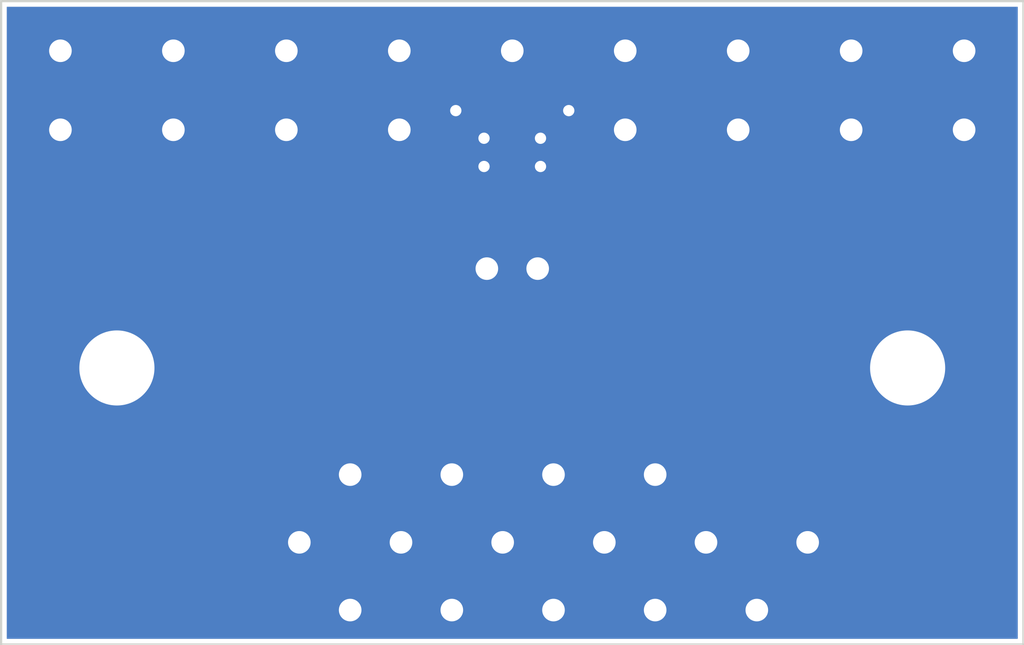
<source format=kicad_pcb>
(kicad_pcb (version 20210108) (generator pcbnew)

  (general
    (thickness 1.6)
  )

  (paper "A4")
  (layers
    (0 "F.Cu" signal)
    (31 "B.Cu" signal)
    (32 "B.Adhes" user "B.Adhesive")
    (33 "F.Adhes" user "F.Adhesive")
    (34 "B.Paste" user)
    (35 "F.Paste" user)
    (36 "B.SilkS" user "B.Silkscreen")
    (37 "F.SilkS" user "F.Silkscreen")
    (38 "B.Mask" user)
    (39 "F.Mask" user)
    (40 "Dwgs.User" user "User.Drawings")
    (41 "Cmts.User" user "User.Comments")
    (42 "Eco1.User" user "User.Eco1")
    (43 "Eco2.User" user "User.Eco2")
    (44 "Edge.Cuts" user)
    (45 "Margin" user)
    (46 "B.CrtYd" user "B.Courtyard")
    (47 "F.CrtYd" user "F.Courtyard")
    (48 "B.Fab" user)
    (49 "F.Fab" user)
  )

  (setup
    (stackup
      (layer "F.SilkS" (type "Top Silk Screen"))
      (layer "F.Paste" (type "Top Solder Paste"))
      (layer "F.Mask" (type "Top Solder Mask") (color "Green") (thickness 0.01))
      (layer "F.Cu" (type "copper") (thickness 0.035))
      (layer "dielectric 1" (type "core") (thickness 1.51) (material "FR4") (epsilon_r 4.5) (loss_tangent 0.02))
      (layer "B.Cu" (type "copper") (thickness 0.035))
      (layer "B.Mask" (type "Bottom Solder Mask") (color "Green") (thickness 0.01))
      (layer "B.Paste" (type "Bottom Solder Paste"))
      (layer "B.SilkS" (type "Bottom Silk Screen"))
      (copper_finish "None")
      (dielectric_constraints no)
    )
    (pcbplotparams
      (layerselection 0x00010fc_ffffffff)
      (disableapertmacros false)
      (usegerberextensions false)
      (usegerberattributes true)
      (usegerberadvancedattributes true)
      (creategerberjobfile true)
      (svguseinch false)
      (svgprecision 6)
      (excludeedgelayer true)
      (plotframeref false)
      (viasonmask false)
      (mode 1)
      (useauxorigin true)
      (hpglpennumber 1)
      (hpglpenspeed 20)
      (hpglpendiameter 15.000000)
      (dxfpolygonmode true)
      (dxfimperialunits true)
      (dxfusepcbnewfont true)
      (psnegative false)
      (psa4output false)
      (plotreference true)
      (plotvalue true)
      (plotinvisibletext false)
      (sketchpadsonfab false)
      (subtractmaskfromsilk false)
      (outputformat 1)
      (mirror false)
      (drillshape 0)
      (scaleselection 1)
      (outputdirectory "")
    )
  )


  (net 0 "")
  (net 1 "net-1")

  (gr_poly (pts
 (xy 40.0933 -5.8976)
    (xy 43.8962 -5.8976)
    (xy 43.8962 -1.1734)
    (xy 39.1414 -1.1734)
    (xy 39.1414 -5.2626)
    (xy 39.006939 -5.938081)
    (xy 38.639327 -6.494076)
    (xy 38.092221 -6.871214)
    (xy 37.41928 -7.01012)
    (xy 37.4193 -7.0101)
    (xy 33.2537 -7.0101)
    (xy 33.2537 -9.418)
    (xy 33.2537 -9.8803)
    (xy 32.3647 -9.8803)
    (xy 32.3647 -12.1155)
    (xy 34.3967 -12.1155)
    (xy 34.3967 -9.8803)
    (xy 34.3967 -9.418)
    (xy 36.4795 -9.418)
    (xy 36.4795 -8.0261)
    (xy 37.4193 -8.0261)
    (xy 38.348098 -7.865048)
    (xy 39.14082 -7.419252)
    (xy 39.741294 -6.74475)
    (xy 40.09335 -5.89758)) (layer "F.Cu") (width 0) (fill solid) (tstamp 3b4c7376-d769-4690-94ef-9048cf4e1470))
  (gr_poly (pts
 (xy 45.593 -19.8272)
    (xy 45.593 -18.7096)
    (xy 37.1602 -18.7096)
    (xy 37.1602 -19.8272)
    (xy 45.593 -19.8272)) (layer "F.Cu") (width 0) (fill solid) (tstamp 47a51c4a-6686-4428-96ab-df7481e2f12b))
  (gr_poly (pts
 (xy 13.6703 -15.4903)
    (xy 13.6703 -17.8355)
    (xy 15.7023 -17.8355)
    (xy 15.7023 -15.4903)
    (xy 15.1943 -15.4903)
    (xy 15.1943 -14.8891)
    (xy 15.7023 -14.8891)
    (xy 15.7023 -12.8634)
    (xy 15.1943 -12.8634)
    (xy 15.1943 -12.5526)
    (xy 15.7023 -12.5526)
    (xy 15.7023 -10.927)
    (xy 13.6703 -10.927)
    (xy 13.6703 -12.5526)
    (xy 14.1783 -12.5526)
    (xy 14.1783 -12.8634)
    (xy 13.6703 -12.8634)
    (xy 13.6703 -14.8891)
    (xy 14.1783 -14.8891)
    (xy 14.1783 -15.4903)
    (xy 13.6703 -15.4903)) (layer "F.Cu") (width 0) (fill solid) (tstamp 58d08af2-b603-4ffb-a69e-cab0c61fddf8))
  (gr_poly (pts
 (xy 20.8534 -20.2082)
    (xy 20.8534 -19.8272)
    (xy 9.69969 -19.8272)
    (xy 9.69969 -18.7096)
    (xy 22.0218 -18.7096)
    (xy 22.0218 -20.2082)
    (xy 20.8534 -20.2082)) (layer "F.Cu") (width 0) (fill solid) (tstamp 6d01c9cb-9a35-43e5-987b-9bfb6c7a1b0a))
  (gr_poly (pts
 (xy 8.81379 -18.7096)
    (xy 8.81379 -19.8272)
    (xy 0.381 -19.8272)
    (xy 0.381 -18.7096)
    (xy 8.81379 -18.7096)) (layer "F.Cu") (width 0) (fill solid) (tstamp 809fce0b-b241-4c47-b764-f9b0fe47f5f4))
  (gr_poly (pts
 (xy 19.1871 -14.8891)
    (xy 21.2191 -14.8891)
    (xy 21.2191 -14.3814)
    (xy 21.7271 -14.3814)
    (xy 21.7271 -14.9907)
    (xy 23.8193 -14.9907)
    (xy 23.8193 -12.8574)
    (xy 21.7271 -12.8574)
    (xy 21.7271 -13.3654)
    (xy 21.2191 -13.3654)
    (xy 21.2191 -12.8574)
    (xy 19.1871 -12.8574)
    (xy 19.1871 -13.3654)
    (xy 18.6283 -13.3654)
    (xy 18.6283 -10.927)
    (xy 16.5963 -10.927)
    (xy 16.5963 -14.8891)
    (xy 18.6283 -14.8891)
    (xy 18.6283 -14.3814)
    (xy 19.1871 -14.3814)
    (xy 19.1871 -14.8891)) (layer "F.Cu") (width 0) (fill solid) (tstamp 90442b2b-fabe-4f2e-81b5-4d131dd92157))
  (gr_poly (pts
 (xy 31.5163 -11.4757)
    (xy 29.4843 -11.4757)
    (xy 29.4843 -11.7297)
    (xy 28.9255 -11.7297)
    (xy 28.9255 -11.4757)
    (xy 26.8935 -11.4757)
    (xy 26.8935 -11.7297)
    (xy 26.5633 -11.7297)
    (xy 26.128285 -11.817527)
    (xy 25.773043 -12.057043)
    (xy 25.533528 -12.412285)
    (xy 25.4457 -12.8473)
    (xy 24.6837 -12.8473)
    (xy 24.6837 -14.9809)
    (xy 26.7919 -14.9809)
    (xy 26.7919 -12.9997)
    (xy 26.8935 -12.9997)
    (xy 28.9255 -12.9997)
    (xy 28.9255 -14.0207)
    (xy 27.4523 -14.0207)
    (xy 27.4523 -15.7426)
    (xy 28.4175 -15.7426)
    (xy 28.4175 -17.8254)
    (xy 30.4495 -17.8254)
    (xy 30.4495 -15.7426)
    (xy 31.5059 -15.7426)
    (xy 31.5059 -15.387)
    (xy 32.3545 -15.387)
    (xy 32.862499 -15.387)
    (xy 32.862499 -15.7426)
    (xy 32.3545 -15.7426)
    (xy 32.3545 -17.8254)
    (xy 34.3865 -17.8254)
    (xy 34.3865 -15.7426)
    (xy 33.8785 -15.7426)
    (xy 33.8785 -15.387)
    (xy 34.3865 -15.387)
    (xy 34.3865 -12.9997)
    (xy 32.3545 -12.9997)
    (xy 32.3545 -14.3721)
    (xy 31.5059 -14.3721)
    (xy 31.5059 -14.0207)
    (xy 29.9415 -14.0207)
    (xy 29.9415 -12.9997)
    (xy 31.5163 -12.9997)
    (xy 31.5163 -11.4757)
    (xy 26.5633 -11.7297)) (layer "F.Cu") (width 0) (fill solid) (tstamp ac5e2b2e-6b46-4ee0-bdc3-f8c525725f39))
  (gr_poly (pts
 (xy 36.2743 -18.7096)
    (xy 23.9522 -18.7096)
    (xy 23.9522 -20.2082)
    (xy 25.1206 -20.2082)
    (xy 25.1206 -19.8272)
    (xy 36.2743 -19.8272)
    (xy 36.2743 -18.7096)) (layer "F.Cu") (width 0) (fill solid) (tstamp c4533e53-1295-420c-9d40-b0db46107496))
  (gr_line (start 0 0) (end 0 -28.956) (layer "Edge.Cuts") (width 0.1) (tstamp 2695c418-d00e-4d67-85cc-2a9eddf928fb))
  (gr_line (start 45.974 0) (end 0 0) (layer "Edge.Cuts") (width 0.1) (tstamp 6930352c-5607-4f40-bc55-53d886a6807a))
  (gr_line (start 0 -28.956) (end 45.974 -28.956) (layer "Edge.Cuts") (width 0.1) (tstamp d7419da1-d18b-4223-9146-6e94e2f362da))
  (gr_line (start 45.974 -28.956) (end 45.974 0) (layer "Edge.Cuts") (width 0.1) (tstamp faa3519e-25f2-4015-bae2-09571ca46573))

  (via (at 2.667 -23.1648) (size 1.524) (drill 1.016) (layers "F.Cu" "B.Cu") (free) (net 1) (tstamp 00000000-0000-0000-0000-00006009b11c))
  (via (at 7.747 -26.7208) (size 1.524) (drill 1.016) (layers "F.Cu" "B.Cu") (free) (net 1) (tstamp 00000000-0000-0000-0000-00006009b23d))
  (via (at 12.827 -26.7208) (size 1.524) (drill 1.016) (layers "F.Cu" "B.Cu") (free) (net 1) (tstamp 00000000-0000-0000-0000-00006009b7eb))
  (via (at 17.907 -26.7208) (size 1.524) (drill 1.016) (layers "F.Cu" "B.Cu") (free) (net 1) (tstamp 00000000-0000-0000-0000-00006009b828))
  (via (at 22.987 -26.7208) (size 1.524) (drill 1.016) (layers "F.Cu" "B.Cu") (free) (net 1) (tstamp 00000000-0000-0000-0000-00006009b868))
  (via (at 28.067 -26.7208) (size 1.524) (drill 1.016) (layers "F.Cu" "B.Cu") (free) (net 1) (tstamp 00000000-0000-0000-0000-00006009bbf6))
  (via (at 33.147 -26.7208) (size 1.524) (drill 1.016) (layers "F.Cu" "B.Cu") (free) (net 1) (tstamp 00000000-0000-0000-0000-00006009bc41))
  (via (at 38.227 -26.7208) (size 1.524) (drill 1.016) (layers "F.Cu" "B.Cu") (free) (net 1) (tstamp 00000000-0000-0000-0000-00006009bca5))
  (via (at 43.307 -26.7208) (size 1.524) (drill 1.016) (layers "F.Cu" "B.Cu") (free) (net 1) (tstamp 00000000-0000-0000-0000-00006009bcbe))
  (via (at 7.747 -23.1648) (size 1.524) (drill 1.016) (layers "F.Cu" "B.Cu") (free) (net 1) (tstamp 00000000-0000-0000-0000-00006009bd38))
  (via (at 12.827 -23.1648) (size 1.524) (drill 1.016) (layers "F.Cu" "B.Cu") (free) (net 1) (tstamp 00000000-0000-0000-0000-00006009bd8a))
  (via (at 17.907 -23.1648) (size 1.524) (drill 1.016) (layers "F.Cu" "B.Cu") (free) (net 1) (tstamp 00000000-0000-0000-0000-00006009bdeb))
  (via (at 15.6972 -7.6454) (size 1.524) (drill 1.016) (layers "F.Cu" "B.Cu") (free) (net 1) (tstamp 00000000-0000-0000-0000-00006009bdff))
  (via (at 28.067 -23.1648) (size 1.524) (drill 1.016) (layers "F.Cu" "B.Cu") (free) (net 1) (tstamp 00000000-0000-0000-0000-00006009be10))
  (via (at 33.147 -23.1648) (size 1.524) (drill 1.016) (layers "F.Cu" "B.Cu") (free) (net 1) (tstamp 00000000-0000-0000-0000-00006009be26))
  (via (at 38.227 -23.1648) (size 1.524) (drill 1.016) (layers "F.Cu" "B.Cu") (free) (net 1) (tstamp 00000000-0000-0000-0000-00006009be3a))
  (via (at 43.307 -23.1648) (size 1.524) (drill 1.016) (layers "F.Cu" "B.Cu") (free) (net 1) (tstamp 00000000-0000-0000-0000-00006009be4e))
  (via (at 20.2692 -7.6454) (size 1.524) (drill 1.016) (layers "F.Cu" "B.Cu") (free) (net 1) (tstamp 00000000-0000-0000-0000-00006009bee4))
  (via (at 24.8412 -7.6454) (size 1.524) (drill 1.016) (layers "F.Cu" "B.Cu") (free) (net 1) (tstamp 00000000-0000-0000-0000-00006009bf40))
  (via (at 29.4132 -7.6454) (size 1.524) (drill 1.016) (layers "F.Cu" "B.Cu") (free) (net 1) (tstamp 00000000-0000-0000-0000-00006009bf8a))
  (via (at 13.4112 -4.5974) (size 1.524) (drill 1.016) (layers "F.Cu" "B.Cu") (free) (net 1) (tstamp 00000000-0000-0000-0000-00006009bfea))
  (via (at 17.9832 -4.5974) (size 1.524) (drill 1.016) (layers "F.Cu" "B.Cu") (free) (net 1) (tstamp 00000000-0000-0000-0000-00006009c03c))
  (via (at 22.5552 -4.5974) (size 1.524) (drill 1.016) (layers "F.Cu" "B.Cu") (free) (net 1) (tstamp 00000000-0000-0000-0000-00006009c07e))
  (via (at 27.1272 -4.5974) (size 1.524) (drill 1.016) (layers "F.Cu" "B.Cu") (free) (net 1) (tstamp 00000000-0000-0000-0000-00006009c0c1))
  (via (at 31.6992 -4.5974) (size 1.524) (drill 1.016) (layers "F.Cu" "B.Cu") (free) (net 1) (tstamp 00000000-0000-0000-0000-00006009c100))
  (via (at 36.2712 -4.5974) (size 1.524) (drill 1.016) (layers "F.Cu" "B.Cu") (free) (net 1) (tstamp 00000000-0000-0000-0000-00006009c13e))
  (via (at 15.6972 -1.5494) (size 1.524) (drill 1.016) (layers "F.Cu" "B.Cu") (free) (net 1) (tstamp 00000000-0000-0000-0000-00006009c17c))
  (via (at 20.2692 -1.5494) (size 1.524) (drill 1.016) (layers "F.Cu" "B.Cu") (free) (net 1) (tstamp 00000000-0000-0000-0000-00006009c1cb))
  (via (at 24.8412 -1.5494) (size 1.524) (drill 1.016) (layers "F.Cu" "B.Cu") (free) (net 1) (tstamp 00000000-0000-0000-0000-00006009c222))
  (via (at 29.4132 -1.5494) (size 1.524) (drill 1.016) (layers "F.Cu" "B.Cu") (free) (net 1) (tstamp 00000000-0000-0000-0000-00006009c25d))
  (via (at 33.9852 -1.5494) (size 1.524) (drill 1.016) (layers "F.Cu" "B.Cu") (free) (net 1) (tstamp 00000000-0000-0000-0000-00006009c28d))
  (via (at 21.844 -16.9164) (size 1.27) (drill 1.016) (layers "F.Cu" "B.Cu") (free) (net 1) (tstamp 00000000-0000-0000-0000-00006009c2b9))
  (via (at 24.13 -16.9164) (size 1.27) (drill 1.016) (layers "F.Cu" "B.Cu") (free) (net 1) (tstamp 00000000-0000-0000-0000-00006009c327))
  (via (at 20.447 -24.0284) (size 0.762) (drill 0.508) (layers "F.Cu" "B.Cu") (free) (net 1) (tstamp 00000000-0000-0000-0000-00006009c362))
  (via (at 25.527 -24.0284) (size 0.762) (drill 0.508) (layers "F.Cu" "B.Cu") (free) (net 1) (tstamp 00000000-0000-0000-0000-00006009c3db))
  (via (at 21.717 -22.7838) (size 0.762) (drill 0.508) (layers "F.Cu" "B.Cu") (free) (net 1) (tstamp 00000000-0000-0000-0000-00006009c421))
  (via (at 24.257 -22.7838) (size 0.762) (drill 0.508) (layers "F.Cu" "B.Cu") (free) (net 1) (tstamp 00000000-0000-0000-0000-00006009c57c))
  (via (at 21.717 -21.5138) (size 0.762) (drill 0.508) (layers "F.Cu" "B.Cu") (free) (net 1) (tstamp 00000000-0000-0000-0000-00006009c5ad))
  (via (at 24.257 -21.5138) (size 0.762) (drill 0.508) (layers "F.Cu" "B.Cu") (free) (net 1) (tstamp 00000000-0000-0000-0000-00006009c5f6))
  (via (at 5.207 -12.446) (size 3.6322) (drill 3.3782) (layers "F.Cu" "B.Cu") (free) (net 1) (tstamp 00000000-0000-0000-0000-00006009c643))
  (via (at 40.767 -12.446) (size 3.6322) (drill 3.3782) (layers "F.Cu" "B.Cu") (free) (net 1) (tstamp 00000000-0000-0000-0000-00006009c718))
  (via (at 2.667 -26.7208) (size 1.524) (drill 1.016) (layers "F.Cu" "B.Cu") (free) (net 1) (tstamp 097d7de1-bee4-4ce4-b539-ce0cf77b86af))

  (zone (net 1) (net_name "net-1") (layer "F.Cu") (tstamp 3a2b2614-1d2b-4e3c-a7ab-b08ca430948e) (hatch edge 0.508)
    (connect_pads (clearance 0))
    (min_thickness 0.0254) (filled_areas_thickness no)
    (fill yes (thermal_gap 0.508) (thermal_bridge_width 0.508) (island_removal_mode 1) (island_area_min 0))
    (polygon
      (pts
        (xy 21.844 -17.6733)
        (xy 22.4028 -17.6733)
        (xy 22.4028 -20.467)
        (xy 21.640801 -21.230411)
        (xy 0.381 -21.2304)
        (xy 0.381 -28.6009)
        (xy 45.593 -28.6009)
        (xy 45.593 -21.2304)
        (xy 24.3332 -21.2304)
        (xy 23.571201 -20.466989)
        (xy 23.5712 -17.6733)
        (xy 24.13 -17.6733)
        (xy 24.668797 -17.450098)
        (xy 24.891999 -16.911301)
        (xy 24.668797 -16.372504)
        (xy 24.13 -16.149302)
      )
    )
    (filled_polygon
      (layer "F.Cu")
      (island)
      (pts
        (xy 45.589573 -28.597473)
        (xy 45.593 -28.5892)
        (xy 45.593 -21.2421)
        (xy 45.589573 -21.233827)
        (xy 45.5813 -21.2304)
        (xy 24.3332 -21.2304)
        (xy 23.571201 -20.466989)
        (xy 23.5712 -17.6733)
        (xy 24.127673 -17.6733)
        (xy 24.132151 -17.672409)
        (xy 24.66432 -17.451952)
        (xy 24.670651 -17.445621)
        (xy 24.890144 -16.915779)
        (xy 24.890144 -16.906823)
        (xy 24.670651 -16.376981)
        (xy 24.66432 -16.37065)
        (xy 24.135771 -16.151693)
        (xy 24.126816 -16.151692)
        (xy 24.124803 -16.152767)
        (xy 21.876153 -17.651865)
        (xy 21.87117 -17.659305)
        (xy 21.872908 -17.66809)
        (xy 21.880348 -17.673073)
        (xy 21.882643 -17.6733)
        (xy 22.4028 -17.6733)
        (xy 22.4028 -20.467)
        (xy 21.640801 -21.230411)
        (xy 21.638471 -21.230411)
        (xy 18.11013 -21.230409)
        (xy 0.3927 -21.2304)
        (xy 0.384427 -21.233827)
        (xy 0.381 -21.2421)
        (xy 0.381 -28.5892)
        (xy 0.384427 -28.597473)
        (xy 0.3927 -28.6009)
        (xy 45.5813 -28.6009)
      )
    )
  )
  (zone (net 1) (net_name "net-1") (layer "F.Cu") (tstamp 485cd839-9fd2-48d4-86b0-32bf91627d7d) (hatch edge 0.508)
    (connect_pads (clearance 0))
    (min_thickness 0.0254) (filled_areas_thickness no)
    (fill yes (thermal_gap 0.508) (thermal_bridge_width 0.508) (island_removal_mode 1) (island_area_min 0))
    (polygon
      (pts
        (xy 24.13 -16.1493)
        (xy 21.844 -16.1493)
        (xy 21.305203 -16.372502)
        (xy 21.082001 -16.911299)
        (xy 21.305203 -17.450096)
        (xy 21.844 -17.673298)
      )
    )
    (filled_polygon
      (layer "F.Cu")
      (island)
      (pts
        (xy 21.849197 -17.669833)
        (xy 24.097847 -16.170735)
        (xy 24.10283 -16.163295)
        (xy 24.101092 -16.15451)
        (xy 24.093652 -16.149527)
        (xy 24.091357 -16.1493)
        (xy 21.846327 -16.1493)
        (xy 21.841849 -16.150191)
        (xy 21.30968 -16.370648)
        (xy 21.303349 -16.376979)
        (xy 21.083856 -16.906821)
        (xy 21.083856 -16.915777)
        (xy 21.303349 -17.445619)
        (xy 21.30968 -17.45195)
        (xy 21.838229 -17.670907)
        (xy 21.847184 -17.670908)
      )
    )
  )
  (zone (net 1) (net_name "net-1") (layer "F.Cu") (tstamp 55a52804-90d7-445e-91df-7bafc840d203) (hatch edge 0.508)
    (connect_pads (clearance 0))
    (min_thickness 0.0254) (filled_areas_thickness no)
    (fill yes (thermal_gap 0.508) (thermal_bridge_width 0.508) (island_removal_mode 1) (island_area_min 0))
    (polygon
      (pts
        (xy 21.209 -10.0327)
        (xy 26.8986 -10.0327)
        (xy 26.8986 -10.591499)
        (xy 28.9306 -10.591499)
        (xy 28.9306 -10.0327)
        (xy 29.4894 -10.0327)
        (xy 29.4894 -10.591499)
        (xy 31.5214 -10.591499)
        (xy 31.5214 -10.0327)
        (xy 31.6992 -10.0327)
        (xy 31.6992 -6.1211)
        (xy 37.1602 -6.1211)
        (xy 37.1602 -0.381)
        (xy 12.3698 -0.381)
        (xy 12.3698 -10.0327)
        (xy 19.177 -10.0327)
        (xy 19.177 -11.9631)
        (xy 21.209 -11.9631)
      )
    )
    (filled_polygon
      (layer "F.Cu")
      (island)
      (pts
        (xy 21.205573 -11.959673)
        (xy 21.209 -11.9514)
        (xy 21.209 -10.0327)
        (xy 26.8986 -10.0327)
        (xy 26.8986 -10.579799)
        (xy 26.902027 -10.588072)
        (xy 26.9103 -10.591499)
        (xy 28.9189 -10.591499)
        (xy 28.927173 -10.588072)
        (xy 28.9306 -10.579799)
        (xy 28.9306 -10.0327)
        (xy 29.4894 -10.0327)
        (xy 29.4894 -10.579799)
        (xy 29.492827 -10.588072)
        (xy 29.5011 -10.591499)
        (xy 31.5097 -10.591499)
        (xy 31.517973 -10.588072)
        (xy 31.5214 -10.579799)
        (xy 31.5214 -10.0327)
        (xy 31.6875 -10.0327)
        (xy 31.695773 -10.029273)
        (xy 31.6992 -10.021)
        (xy 31.6992 -6.1211)
        (xy 37.1485 -6.1211)
        (xy 37.156773 -6.117673)
        (xy 37.1602 -6.1094)
        (xy 37.1602 -0.3927)
        (xy 37.156773 -0.384427)
        (xy 37.1485 -0.381)
        (xy 12.3815 -0.381)
        (xy 12.373227 -0.384427)
        (xy 12.3698 -0.3927)
        (xy 12.3698 -10.021)
        (xy 12.373227 -10.029273)
        (xy 12.3815 -10.0327)
        (xy 19.177 -10.0327)
        (xy 19.177 -11.9514)
        (xy 19.180427 -11.959673)
        (xy 19.1887 -11.9631)
        (xy 21.1973 -11.9631)
      )
    )
  )
  (zone (net 1) (net_name "net-1") (layer "F.Cu") (tstamp 6d945aae-66c1-428c-b589-46721e5f6a8e) (hatch edge 0.508)
    (connect_pads (clearance 0))
    (min_thickness 0.0254) (filled_areas_thickness no)
    (fill yes (thermal_gap 0.508) (thermal_bridge_width 0.508) (island_removal_mode 1) (island_area_min 0))
    (polygon
      (pts
        (xy 6.304756 -15.025409)
        (xy 7.192856 -14.426591)
        (xy 7.791609 -13.538478)
        (xy 8.01116 -12.451)
        (xy 7.791609 -11.363522)
        (xy 7.192856 -10.475409)
        (xy 6.304756 -9.876591)
        (xy 5.21716 -9.656999)
        (xy 4.129564 -9.876591)
        (xy 3.241464 -10.475409)
        (xy 2.642711 -11.363522)
        (xy 2.42316 -12.451)
        (xy 2.642711 -13.538478)
        (xy 3.241464 -14.426591)
        (xy 4.129564 -15.025409)
        (xy 5.21716 -15.245)
      )
    )
    (filled_polygon
      (layer "F.Cu")
      (island)
      (pts
        (xy 6.302468 -15.025871)
        (xy 6.306693 -15.024103)
        (xy 7.19097 -14.427863)
        (xy 7.19413 -14.424702)
        (xy 7.790303 -13.540415)
        (xy 7.792071 -13.53619)
        (xy 8.010693 -12.453315)
        (xy 8.010693 -12.448685)
        (xy 7.792071 -11.36581)
        (xy 7.790303 -11.361585)
        (xy 7.19413 -10.477298)
        (xy 7.19097 -10.474137)
        (xy 6.306693 -9.877897)
        (xy 6.302468 -9.876129)
        (xy 5.219476 -9.657467)
        (xy 5.214844 -9.657467)
        (xy 4.131852 -9.876129)
        (xy 4.127627 -9.877897)
        (xy 3.24335 -10.474137)
        (xy 3.24019 -10.477298)
        (xy 2.644017 -11.361585)
        (xy 2.642249 -11.36581)
        (xy 2.423627 -12.448685)
        (xy 2.423627 -12.453315)
        (xy 2.642249 -13.53619)
        (xy 2.644017 -13.540415)
        (xy 3.24019 -14.424702)
        (xy 3.24335 -14.427863)
        (xy 4.127627 -15.024103)
        (xy 4.131852 -15.025871)
        (xy 5.214844 -15.244532)
        (xy 5.219476 -15.244532)
      )
    )
  )
  (zone (net 1) (net_name "net-1") (layer "F.Cu") (tstamp 99752a90-e3fb-412b-90dc-87b22cf0413e) (hatch edge 0.508)
    (connect_pads (clearance 0))
    (min_thickness 0.0254) (filled_areas_thickness no)
    (fill yes (thermal_gap 0.508) (thermal_bridge_width 0.508) (island_removal_mode 1) (island_area_min 0))
    (polygon
      (pts
        (xy 41.864696 -15.025409)
        (xy 42.752796 -14.426591)
        (xy 43.351549 -13.538478)
        (xy 43.5711 -12.451)
        (xy 43.351549 -11.363522)
        (xy 42.752796 -10.475409)
        (xy 41.864696 -9.876591)
        (xy 40.7771 -9.656999)
        (xy 39.689504 -9.876591)
        (xy 38.801404 -10.475409)
        (xy 38.202651 -11.363522)
        (xy 37.9831 -12.451)
        (xy 38.202651 -13.538478)
        (xy 38.801404 -14.426591)
        (xy 39.689504 -15.025409)
        (xy 40.7771 -15.245)
      )
    )
    (filled_polygon
      (layer "F.Cu")
      (island)
      (pts
        (xy 41.862408 -15.025871)
        (xy 41.866633 -15.024103)
        (xy 42.75091 -14.427863)
        (xy 42.75407 -14.424702)
        (xy 43.350243 -13.540415)
        (xy 43.352011 -13.53619)
        (xy 43.570633 -12.453315)
        (xy 43.570633 -12.448685)
        (xy 43.352011 -11.36581)
        (xy 43.350243 -11.361585)
        (xy 42.75407 -10.477298)
        (xy 42.75091 -10.474137)
        (xy 41.866633 -9.877897)
        (xy 41.862408 -9.876129)
        (xy 40.779416 -9.657467)
        (xy 40.774784 -9.657467)
        (xy 39.691792 -9.876129)
        (xy 39.687567 -9.877897)
        (xy 38.80329 -10.474137)
        (xy 38.80013 -10.477298)
        (xy 38.203957 -11.361585)
        (xy 38.202189 -11.36581)
        (xy 37.983567 -12.448685)
        (xy 37.983567 -12.453315)
        (xy 38.202189 -13.53619)
        (xy 38.203957 -13.540415)
        (xy 38.80013 -14.424702)
        (xy 38.80329 -14.427863)
        (xy 39.687567 -15.024103)
        (xy 39.691792 -15.025871)
        (xy 40.774784 -15.244532)
        (xy 40.779416 -15.244532)
      )
    )
  )
  (zone (net 1) (net_name "net-1") (layer "B.Cu") (tstamp 209801ab-258f-4754-b667-462fb69b50b7) (hatch edge 0.508)
    (connect_pads (clearance 0))
    (min_thickness 0.0254) (filled_areas_thickness no)
    (fill yes (thermal_gap 0.508) (thermal_bridge_width 0.508) (island_removal_mode 1) (island_area_min 0))
    (polygon
      (pts
        (xy 45.72 -0.254)
        (xy 0.254 -0.254)
        (xy 0.254 -28.702)
        (xy 45.72 -28.702)
      )
    )
    (filled_polygon
      (layer "B.Cu")
      (island)
      (pts
        (xy 45.716573 -28.698573)
        (xy 45.72 -28.6903)
        (xy 45.72 -0.2657)
        (xy 45.716573 -0.257427)
        (xy 45.7083 -0.254)
        (xy 0.2657 -0.254)
        (xy 0.257427 -0.257427)
        (xy 0.254 -0.2657)
        (xy 0.254 -28.6903)
        (xy 0.257427 -28.698573)
        (xy 0.2657 -28.702)
        (xy 45.7083 -28.702)
      )
    )
  )
)

</source>
